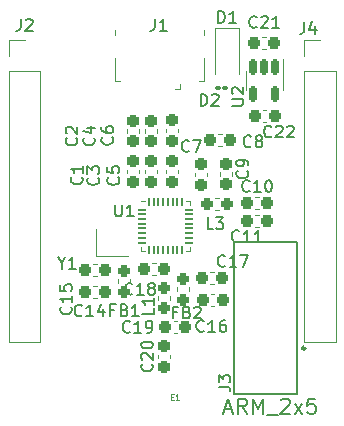
<source format=gto>
%TF.GenerationSoftware,KiCad,Pcbnew,(6.0.9)*%
%TF.CreationDate,2022-11-19T16:26:50-05:00*%
%TF.ProjectId,EFR32MG22_module,45465233-324d-4473-9232-5f6d6f64756c,rev?*%
%TF.SameCoordinates,Original*%
%TF.FileFunction,Legend,Top*%
%TF.FilePolarity,Positive*%
%FSLAX46Y46*%
G04 Gerber Fmt 4.6, Leading zero omitted, Abs format (unit mm)*
G04 Created by KiCad (PCBNEW (6.0.9)) date 2022-11-19 16:26:50*
%MOMM*%
%LPD*%
G01*
G04 APERTURE LIST*
G04 Aperture macros list*
%AMRoundRect*
0 Rectangle with rounded corners*
0 $1 Rounding radius*
0 $2 $3 $4 $5 $6 $7 $8 $9 X,Y pos of 4 corners*
0 Add a 4 corners polygon primitive as box body*
4,1,4,$2,$3,$4,$5,$6,$7,$8,$9,$2,$3,0*
0 Add four circle primitives for the rounded corners*
1,1,$1+$1,$2,$3*
1,1,$1+$1,$4,$5*
1,1,$1+$1,$6,$7*
1,1,$1+$1,$8,$9*
0 Add four rect primitives between the rounded corners*
20,1,$1+$1,$2,$3,$4,$5,0*
20,1,$1+$1,$4,$5,$6,$7,0*
20,1,$1+$1,$6,$7,$8,$9,0*
20,1,$1+$1,$8,$9,$2,$3,0*%
G04 Aperture macros list end*
%ADD10C,0.150000*%
%ADD11C,0.121920*%
%ADD12C,0.250000*%
%ADD13C,0.120000*%
%ADD14C,0.100000*%
%ADD15RoundRect,0.237500X0.237500X-0.300000X0.237500X0.300000X-0.237500X0.300000X-0.237500X-0.300000X0*%
%ADD16R,1.700000X1.700000*%
%ADD17O,1.700000X1.700000*%
%ADD18RoundRect,0.237500X0.300000X0.237500X-0.300000X0.237500X-0.300000X-0.237500X0.300000X-0.237500X0*%
%ADD19RoundRect,0.237500X-0.237500X0.300000X-0.237500X-0.300000X0.237500X-0.300000X0.237500X0.300000X0*%
%ADD20RoundRect,0.050000X-0.300000X-0.050000X0.300000X-0.050000X0.300000X0.050000X-0.300000X0.050000X0*%
%ADD21RoundRect,0.050000X-0.050000X-0.300000X0.050000X-0.300000X0.050000X0.300000X-0.050000X0.300000X0*%
%ADD22R,2.900000X2.900000*%
%ADD23RoundRect,0.237500X-0.300000X-0.237500X0.300000X-0.237500X0.300000X0.237500X-0.300000X0.237500X0*%
%ADD24RoundRect,0.100000X0.130000X0.100000X-0.130000X0.100000X-0.130000X-0.100000X0.130000X-0.100000X0*%
%ADD25RoundRect,0.237500X-0.237500X0.287500X-0.237500X-0.287500X0.237500X-0.287500X0.237500X0.287500X0*%
%ADD26RoundRect,0.237500X-0.287500X-0.237500X0.287500X-0.237500X0.287500X0.237500X-0.287500X0.237500X0*%
%ADD27RoundRect,0.150000X-0.150000X0.512500X-0.150000X-0.512500X0.150000X-0.512500X0.150000X0.512500X0*%
%ADD28R,0.400000X1.350000*%
%ADD29R,1.200000X1.550000*%
%ADD30O,1.250000X0.950000*%
%ADD31R,1.500000X1.550000*%
%ADD32O,0.890000X1.550000*%
%ADD33R,1.200000X0.900000*%
%ADD34R,0.900000X0.800000*%
G04 APERTURE END LIST*
D10*
%TO.C,J3*%
X233957380Y-112133690D02*
X234671666Y-112133690D01*
X234814523Y-112181309D01*
X234909761Y-112276547D01*
X234957380Y-112419404D01*
X234957380Y-112514642D01*
X233957380Y-111752738D02*
X233957380Y-111133690D01*
X234338333Y-111467023D01*
X234338333Y-111324166D01*
X234385952Y-111228928D01*
X234433571Y-111181309D01*
X234528809Y-111133690D01*
X234766904Y-111133690D01*
X234862142Y-111181309D01*
X234909761Y-111228928D01*
X234957380Y-111324166D01*
X234957380Y-111609880D01*
X234909761Y-111705119D01*
X234862142Y-111752738D01*
X234469523Y-114031666D02*
X235074285Y-114031666D01*
X234348571Y-114394523D02*
X234771904Y-113124523D01*
X235195238Y-114394523D01*
X236344285Y-114394523D02*
X235920952Y-113789761D01*
X235618571Y-114394523D02*
X235618571Y-113124523D01*
X236102380Y-113124523D01*
X236223333Y-113185000D01*
X236283809Y-113245476D01*
X236344285Y-113366428D01*
X236344285Y-113547857D01*
X236283809Y-113668809D01*
X236223333Y-113729285D01*
X236102380Y-113789761D01*
X235618571Y-113789761D01*
X236888571Y-114394523D02*
X236888571Y-113124523D01*
X237311904Y-114031666D01*
X237735238Y-113124523D01*
X237735238Y-114394523D01*
X238037619Y-114515476D02*
X239005238Y-114515476D01*
X239247142Y-113245476D02*
X239307619Y-113185000D01*
X239428571Y-113124523D01*
X239730952Y-113124523D01*
X239851904Y-113185000D01*
X239912380Y-113245476D01*
X239972857Y-113366428D01*
X239972857Y-113487380D01*
X239912380Y-113668809D01*
X239186666Y-114394523D01*
X239972857Y-114394523D01*
X240396190Y-114394523D02*
X241061428Y-113547857D01*
X240396190Y-113547857D02*
X241061428Y-114394523D01*
X242150000Y-113124523D02*
X241545238Y-113124523D01*
X241484761Y-113729285D01*
X241545238Y-113668809D01*
X241666190Y-113608333D01*
X241968571Y-113608333D01*
X242089523Y-113668809D01*
X242150000Y-113729285D01*
X242210476Y-113850238D01*
X242210476Y-114152619D01*
X242150000Y-114273571D01*
X242089523Y-114334047D01*
X241968571Y-114394523D01*
X241666190Y-114394523D01*
X241545238Y-114334047D01*
X241484761Y-114273571D01*
%TO.C,C5*%
X225457142Y-94406666D02*
X225504761Y-94454285D01*
X225552380Y-94597142D01*
X225552380Y-94692380D01*
X225504761Y-94835238D01*
X225409523Y-94930476D01*
X225314285Y-94978095D01*
X225123809Y-95025714D01*
X224980952Y-95025714D01*
X224790476Y-94978095D01*
X224695238Y-94930476D01*
X224600000Y-94835238D01*
X224552380Y-94692380D01*
X224552380Y-94597142D01*
X224600000Y-94454285D01*
X224647619Y-94406666D01*
X224552380Y-93501904D02*
X224552380Y-93978095D01*
X225028571Y-94025714D01*
X224980952Y-93978095D01*
X224933333Y-93882857D01*
X224933333Y-93644761D01*
X224980952Y-93549523D01*
X225028571Y-93501904D01*
X225123809Y-93454285D01*
X225361904Y-93454285D01*
X225457142Y-93501904D01*
X225504761Y-93549523D01*
X225552380Y-93644761D01*
X225552380Y-93882857D01*
X225504761Y-93978095D01*
X225457142Y-94025714D01*
%TO.C,J4*%
X241206666Y-81232380D02*
X241206666Y-81946666D01*
X241159047Y-82089523D01*
X241063809Y-82184761D01*
X240920952Y-82232380D01*
X240825714Y-82232380D01*
X242111428Y-81565714D02*
X242111428Y-82232380D01*
X241873333Y-81184761D02*
X241635238Y-81899047D01*
X242254285Y-81899047D01*
%TO.C,C21*%
X237182142Y-81644642D02*
X237134523Y-81692261D01*
X236991666Y-81739880D01*
X236896428Y-81739880D01*
X236753571Y-81692261D01*
X236658333Y-81597023D01*
X236610714Y-81501785D01*
X236563095Y-81311309D01*
X236563095Y-81168452D01*
X236610714Y-80977976D01*
X236658333Y-80882738D01*
X236753571Y-80787500D01*
X236896428Y-80739880D01*
X236991666Y-80739880D01*
X237134523Y-80787500D01*
X237182142Y-80835119D01*
X237563095Y-80835119D02*
X237610714Y-80787500D01*
X237705952Y-80739880D01*
X237944047Y-80739880D01*
X238039285Y-80787500D01*
X238086904Y-80835119D01*
X238134523Y-80930357D01*
X238134523Y-81025595D01*
X238086904Y-81168452D01*
X237515476Y-81739880D01*
X238134523Y-81739880D01*
X239086904Y-81739880D02*
X238515476Y-81739880D01*
X238801190Y-81739880D02*
X238801190Y-80739880D01*
X238705952Y-80882738D01*
X238610714Y-80977976D01*
X238515476Y-81025595D01*
%TO.C,C4*%
X223397142Y-91056666D02*
X223444761Y-91104285D01*
X223492380Y-91247142D01*
X223492380Y-91342380D01*
X223444761Y-91485238D01*
X223349523Y-91580476D01*
X223254285Y-91628095D01*
X223063809Y-91675714D01*
X222920952Y-91675714D01*
X222730476Y-91628095D01*
X222635238Y-91580476D01*
X222540000Y-91485238D01*
X222492380Y-91342380D01*
X222492380Y-91247142D01*
X222540000Y-91104285D01*
X222587619Y-91056666D01*
X222825714Y-90199523D02*
X223492380Y-90199523D01*
X222444761Y-90437619D02*
X223159047Y-90675714D01*
X223159047Y-90056666D01*
%TO.C,U1*%
X225188095Y-96702380D02*
X225188095Y-97511904D01*
X225235714Y-97607142D01*
X225283333Y-97654761D01*
X225378571Y-97702380D01*
X225569047Y-97702380D01*
X225664285Y-97654761D01*
X225711904Y-97607142D01*
X225759523Y-97511904D01*
X225759523Y-96702380D01*
X226759523Y-97702380D02*
X226188095Y-97702380D01*
X226473809Y-97702380D02*
X226473809Y-96702380D01*
X226378571Y-96845238D01*
X226283333Y-96940476D01*
X226188095Y-96988095D01*
%TO.C,C11*%
X235697142Y-99787142D02*
X235649523Y-99834761D01*
X235506666Y-99882380D01*
X235411428Y-99882380D01*
X235268571Y-99834761D01*
X235173333Y-99739523D01*
X235125714Y-99644285D01*
X235078095Y-99453809D01*
X235078095Y-99310952D01*
X235125714Y-99120476D01*
X235173333Y-99025238D01*
X235268571Y-98930000D01*
X235411428Y-98882380D01*
X235506666Y-98882380D01*
X235649523Y-98930000D01*
X235697142Y-98977619D01*
X236649523Y-99882380D02*
X236078095Y-99882380D01*
X236363809Y-99882380D02*
X236363809Y-98882380D01*
X236268571Y-99025238D01*
X236173333Y-99120476D01*
X236078095Y-99168095D01*
X237601904Y-99882380D02*
X237030476Y-99882380D01*
X237316190Y-99882380D02*
X237316190Y-98882380D01*
X237220952Y-99025238D01*
X237125714Y-99120476D01*
X237030476Y-99168095D01*
%TO.C,D2*%
X232431904Y-88342380D02*
X232431904Y-87342380D01*
X232670000Y-87342380D01*
X232812857Y-87390000D01*
X232908095Y-87485238D01*
X232955714Y-87580476D01*
X233003333Y-87770952D01*
X233003333Y-87913809D01*
X232955714Y-88104285D01*
X232908095Y-88199523D01*
X232812857Y-88294761D01*
X232670000Y-88342380D01*
X232431904Y-88342380D01*
X233384285Y-87437619D02*
X233431904Y-87390000D01*
X233527142Y-87342380D01*
X233765238Y-87342380D01*
X233860476Y-87390000D01*
X233908095Y-87437619D01*
X233955714Y-87532857D01*
X233955714Y-87628095D01*
X233908095Y-87770952D01*
X233336666Y-88342380D01*
X233955714Y-88342380D01*
%TO.C,C20*%
X228307142Y-110205357D02*
X228354761Y-110252976D01*
X228402380Y-110395833D01*
X228402380Y-110491071D01*
X228354761Y-110633928D01*
X228259523Y-110729166D01*
X228164285Y-110776785D01*
X227973809Y-110824404D01*
X227830952Y-110824404D01*
X227640476Y-110776785D01*
X227545238Y-110729166D01*
X227450000Y-110633928D01*
X227402380Y-110491071D01*
X227402380Y-110395833D01*
X227450000Y-110252976D01*
X227497619Y-110205357D01*
X227497619Y-109824404D02*
X227450000Y-109776785D01*
X227402380Y-109681547D01*
X227402380Y-109443452D01*
X227450000Y-109348214D01*
X227497619Y-109300595D01*
X227592857Y-109252976D01*
X227688095Y-109252976D01*
X227830952Y-109300595D01*
X228402380Y-109872023D01*
X228402380Y-109252976D01*
X227402380Y-108633928D02*
X227402380Y-108538690D01*
X227450000Y-108443452D01*
X227497619Y-108395833D01*
X227592857Y-108348214D01*
X227783333Y-108300595D01*
X228021428Y-108300595D01*
X228211904Y-108348214D01*
X228307142Y-108395833D01*
X228354761Y-108443452D01*
X228402380Y-108538690D01*
X228402380Y-108633928D01*
X228354761Y-108729166D01*
X228307142Y-108776785D01*
X228211904Y-108824404D01*
X228021428Y-108872023D01*
X227783333Y-108872023D01*
X227592857Y-108824404D01*
X227497619Y-108776785D01*
X227450000Y-108729166D01*
X227402380Y-108633928D01*
%TO.C,J2*%
X217206666Y-80987380D02*
X217206666Y-81701666D01*
X217159047Y-81844523D01*
X217063809Y-81939761D01*
X216920952Y-81987380D01*
X216825714Y-81987380D01*
X217635238Y-81082619D02*
X217682857Y-81035000D01*
X217778095Y-80987380D01*
X218016190Y-80987380D01*
X218111428Y-81035000D01*
X218159047Y-81082619D01*
X218206666Y-81177857D01*
X218206666Y-81273095D01*
X218159047Y-81415952D01*
X217587619Y-81987380D01*
X218206666Y-81987380D01*
%TO.C,C16*%
X232707142Y-107397142D02*
X232659523Y-107444761D01*
X232516666Y-107492380D01*
X232421428Y-107492380D01*
X232278571Y-107444761D01*
X232183333Y-107349523D01*
X232135714Y-107254285D01*
X232088095Y-107063809D01*
X232088095Y-106920952D01*
X232135714Y-106730476D01*
X232183333Y-106635238D01*
X232278571Y-106540000D01*
X232421428Y-106492380D01*
X232516666Y-106492380D01*
X232659523Y-106540000D01*
X232707142Y-106587619D01*
X233659523Y-107492380D02*
X233088095Y-107492380D01*
X233373809Y-107492380D02*
X233373809Y-106492380D01*
X233278571Y-106635238D01*
X233183333Y-106730476D01*
X233088095Y-106778095D01*
X234516666Y-106492380D02*
X234326190Y-106492380D01*
X234230952Y-106540000D01*
X234183333Y-106587619D01*
X234088095Y-106730476D01*
X234040476Y-106920952D01*
X234040476Y-107301904D01*
X234088095Y-107397142D01*
X234135714Y-107444761D01*
X234230952Y-107492380D01*
X234421428Y-107492380D01*
X234516666Y-107444761D01*
X234564285Y-107397142D01*
X234611904Y-107301904D01*
X234611904Y-107063809D01*
X234564285Y-106968571D01*
X234516666Y-106920952D01*
X234421428Y-106873333D01*
X234230952Y-106873333D01*
X234135714Y-106920952D01*
X234088095Y-106968571D01*
X234040476Y-107063809D01*
%TO.C,C15*%
X221437142Y-105362857D02*
X221484761Y-105410476D01*
X221532380Y-105553333D01*
X221532380Y-105648571D01*
X221484761Y-105791428D01*
X221389523Y-105886666D01*
X221294285Y-105934285D01*
X221103809Y-105981904D01*
X220960952Y-105981904D01*
X220770476Y-105934285D01*
X220675238Y-105886666D01*
X220580000Y-105791428D01*
X220532380Y-105648571D01*
X220532380Y-105553333D01*
X220580000Y-105410476D01*
X220627619Y-105362857D01*
X221532380Y-104410476D02*
X221532380Y-104981904D01*
X221532380Y-104696190D02*
X220532380Y-104696190D01*
X220675238Y-104791428D01*
X220770476Y-104886666D01*
X220818095Y-104981904D01*
X220532380Y-103505714D02*
X220532380Y-103981904D01*
X221008571Y-104029523D01*
X220960952Y-103981904D01*
X220913333Y-103886666D01*
X220913333Y-103648571D01*
X220960952Y-103553333D01*
X221008571Y-103505714D01*
X221103809Y-103458095D01*
X221341904Y-103458095D01*
X221437142Y-103505714D01*
X221484761Y-103553333D01*
X221532380Y-103648571D01*
X221532380Y-103886666D01*
X221484761Y-103981904D01*
X221437142Y-104029523D01*
%TO.C,C2*%
X221917142Y-91046666D02*
X221964761Y-91094285D01*
X222012380Y-91237142D01*
X222012380Y-91332380D01*
X221964761Y-91475238D01*
X221869523Y-91570476D01*
X221774285Y-91618095D01*
X221583809Y-91665714D01*
X221440952Y-91665714D01*
X221250476Y-91618095D01*
X221155238Y-91570476D01*
X221060000Y-91475238D01*
X221012380Y-91332380D01*
X221012380Y-91237142D01*
X221060000Y-91094285D01*
X221107619Y-91046666D01*
X221107619Y-90665714D02*
X221060000Y-90618095D01*
X221012380Y-90522857D01*
X221012380Y-90284761D01*
X221060000Y-90189523D01*
X221107619Y-90141904D01*
X221202857Y-90094285D01*
X221298095Y-90094285D01*
X221440952Y-90141904D01*
X222012380Y-90713333D01*
X222012380Y-90094285D01*
%TO.C,C7*%
X231453333Y-92147142D02*
X231405714Y-92194761D01*
X231262857Y-92242380D01*
X231167619Y-92242380D01*
X231024761Y-92194761D01*
X230929523Y-92099523D01*
X230881904Y-92004285D01*
X230834285Y-91813809D01*
X230834285Y-91670952D01*
X230881904Y-91480476D01*
X230929523Y-91385238D01*
X231024761Y-91290000D01*
X231167619Y-91242380D01*
X231262857Y-91242380D01*
X231405714Y-91290000D01*
X231453333Y-91337619D01*
X231786666Y-91242380D02*
X232453333Y-91242380D01*
X232024761Y-92242380D01*
%TO.C,C19*%
X226454642Y-107452142D02*
X226407023Y-107499761D01*
X226264166Y-107547380D01*
X226168928Y-107547380D01*
X226026071Y-107499761D01*
X225930833Y-107404523D01*
X225883214Y-107309285D01*
X225835595Y-107118809D01*
X225835595Y-106975952D01*
X225883214Y-106785476D01*
X225930833Y-106690238D01*
X226026071Y-106595000D01*
X226168928Y-106547380D01*
X226264166Y-106547380D01*
X226407023Y-106595000D01*
X226454642Y-106642619D01*
X227407023Y-107547380D02*
X226835595Y-107547380D01*
X227121309Y-107547380D02*
X227121309Y-106547380D01*
X227026071Y-106690238D01*
X226930833Y-106785476D01*
X226835595Y-106833095D01*
X227883214Y-107547380D02*
X228073690Y-107547380D01*
X228168928Y-107499761D01*
X228216547Y-107452142D01*
X228311785Y-107309285D01*
X228359404Y-107118809D01*
X228359404Y-106737857D01*
X228311785Y-106642619D01*
X228264166Y-106595000D01*
X228168928Y-106547380D01*
X227978452Y-106547380D01*
X227883214Y-106595000D01*
X227835595Y-106642619D01*
X227787976Y-106737857D01*
X227787976Y-106975952D01*
X227835595Y-107071190D01*
X227883214Y-107118809D01*
X227978452Y-107166428D01*
X228168928Y-107166428D01*
X228264166Y-107118809D01*
X228311785Y-107071190D01*
X228359404Y-106975952D01*
%TO.C,L1*%
X228472380Y-105476666D02*
X228472380Y-105952857D01*
X227472380Y-105952857D01*
X228472380Y-104619523D02*
X228472380Y-105190952D01*
X228472380Y-104905238D02*
X227472380Y-104905238D01*
X227615238Y-105000476D01*
X227710476Y-105095714D01*
X227758095Y-105190952D01*
%TO.C,FB2*%
X230416666Y-105818571D02*
X230083333Y-105818571D01*
X230083333Y-106342380D02*
X230083333Y-105342380D01*
X230559523Y-105342380D01*
X231273809Y-105818571D02*
X231416666Y-105866190D01*
X231464285Y-105913809D01*
X231511904Y-106009047D01*
X231511904Y-106151904D01*
X231464285Y-106247142D01*
X231416666Y-106294761D01*
X231321428Y-106342380D01*
X230940476Y-106342380D01*
X230940476Y-105342380D01*
X231273809Y-105342380D01*
X231369047Y-105390000D01*
X231416666Y-105437619D01*
X231464285Y-105532857D01*
X231464285Y-105628095D01*
X231416666Y-105723333D01*
X231369047Y-105770952D01*
X231273809Y-105818571D01*
X230940476Y-105818571D01*
X231892857Y-105437619D02*
X231940476Y-105390000D01*
X232035714Y-105342380D01*
X232273809Y-105342380D01*
X232369047Y-105390000D01*
X232416666Y-105437619D01*
X232464285Y-105532857D01*
X232464285Y-105628095D01*
X232416666Y-105770952D01*
X231845238Y-106342380D01*
X232464285Y-106342380D01*
%TO.C,C9*%
X236382142Y-93841666D02*
X236429761Y-93889285D01*
X236477380Y-94032142D01*
X236477380Y-94127380D01*
X236429761Y-94270238D01*
X236334523Y-94365476D01*
X236239285Y-94413095D01*
X236048809Y-94460714D01*
X235905952Y-94460714D01*
X235715476Y-94413095D01*
X235620238Y-94365476D01*
X235525000Y-94270238D01*
X235477380Y-94127380D01*
X235477380Y-94032142D01*
X235525000Y-93889285D01*
X235572619Y-93841666D01*
X236477380Y-93365476D02*
X236477380Y-93175000D01*
X236429761Y-93079761D01*
X236382142Y-93032142D01*
X236239285Y-92936904D01*
X236048809Y-92889285D01*
X235667857Y-92889285D01*
X235572619Y-92936904D01*
X235525000Y-92984523D01*
X235477380Y-93079761D01*
X235477380Y-93270238D01*
X235525000Y-93365476D01*
X235572619Y-93413095D01*
X235667857Y-93460714D01*
X235905952Y-93460714D01*
X236001190Y-93413095D01*
X236048809Y-93365476D01*
X236096428Y-93270238D01*
X236096428Y-93079761D01*
X236048809Y-92984523D01*
X236001190Y-92936904D01*
X235905952Y-92889285D01*
%TO.C,C22*%
X238427142Y-90927142D02*
X238379523Y-90974761D01*
X238236666Y-91022380D01*
X238141428Y-91022380D01*
X237998571Y-90974761D01*
X237903333Y-90879523D01*
X237855714Y-90784285D01*
X237808095Y-90593809D01*
X237808095Y-90450952D01*
X237855714Y-90260476D01*
X237903333Y-90165238D01*
X237998571Y-90070000D01*
X238141428Y-90022380D01*
X238236666Y-90022380D01*
X238379523Y-90070000D01*
X238427142Y-90117619D01*
X238808095Y-90117619D02*
X238855714Y-90070000D01*
X238950952Y-90022380D01*
X239189047Y-90022380D01*
X239284285Y-90070000D01*
X239331904Y-90117619D01*
X239379523Y-90212857D01*
X239379523Y-90308095D01*
X239331904Y-90450952D01*
X238760476Y-91022380D01*
X239379523Y-91022380D01*
X239760476Y-90117619D02*
X239808095Y-90070000D01*
X239903333Y-90022380D01*
X240141428Y-90022380D01*
X240236666Y-90070000D01*
X240284285Y-90117619D01*
X240331904Y-90212857D01*
X240331904Y-90308095D01*
X240284285Y-90450952D01*
X239712857Y-91022380D01*
X240331904Y-91022380D01*
%TO.C,C17*%
X234507142Y-101877142D02*
X234459523Y-101924761D01*
X234316666Y-101972380D01*
X234221428Y-101972380D01*
X234078571Y-101924761D01*
X233983333Y-101829523D01*
X233935714Y-101734285D01*
X233888095Y-101543809D01*
X233888095Y-101400952D01*
X233935714Y-101210476D01*
X233983333Y-101115238D01*
X234078571Y-101020000D01*
X234221428Y-100972380D01*
X234316666Y-100972380D01*
X234459523Y-101020000D01*
X234507142Y-101067619D01*
X235459523Y-101972380D02*
X234888095Y-101972380D01*
X235173809Y-101972380D02*
X235173809Y-100972380D01*
X235078571Y-101115238D01*
X234983333Y-101210476D01*
X234888095Y-101258095D01*
X235792857Y-100972380D02*
X236459523Y-100972380D01*
X236030952Y-101972380D01*
%TO.C,L3*%
X233503333Y-98792380D02*
X233027142Y-98792380D01*
X233027142Y-97792380D01*
X233741428Y-97792380D02*
X234360476Y-97792380D01*
X234027142Y-98173333D01*
X234170000Y-98173333D01*
X234265238Y-98220952D01*
X234312857Y-98268571D01*
X234360476Y-98363809D01*
X234360476Y-98601904D01*
X234312857Y-98697142D01*
X234265238Y-98744761D01*
X234170000Y-98792380D01*
X233884285Y-98792380D01*
X233789047Y-98744761D01*
X233741428Y-98697142D01*
%TO.C,FB1*%
X225136666Y-105618571D02*
X224803333Y-105618571D01*
X224803333Y-106142380D02*
X224803333Y-105142380D01*
X225279523Y-105142380D01*
X225993809Y-105618571D02*
X226136666Y-105666190D01*
X226184285Y-105713809D01*
X226231904Y-105809047D01*
X226231904Y-105951904D01*
X226184285Y-106047142D01*
X226136666Y-106094761D01*
X226041428Y-106142380D01*
X225660476Y-106142380D01*
X225660476Y-105142380D01*
X225993809Y-105142380D01*
X226089047Y-105190000D01*
X226136666Y-105237619D01*
X226184285Y-105332857D01*
X226184285Y-105428095D01*
X226136666Y-105523333D01*
X226089047Y-105570952D01*
X225993809Y-105618571D01*
X225660476Y-105618571D01*
X227184285Y-106142380D02*
X226612857Y-106142380D01*
X226898571Y-106142380D02*
X226898571Y-105142380D01*
X226803333Y-105285238D01*
X226708095Y-105380476D01*
X226612857Y-105428095D01*
%TO.C,C3*%
X223747142Y-94426666D02*
X223794761Y-94474285D01*
X223842380Y-94617142D01*
X223842380Y-94712380D01*
X223794761Y-94855238D01*
X223699523Y-94950476D01*
X223604285Y-94998095D01*
X223413809Y-95045714D01*
X223270952Y-95045714D01*
X223080476Y-94998095D01*
X222985238Y-94950476D01*
X222890000Y-94855238D01*
X222842380Y-94712380D01*
X222842380Y-94617142D01*
X222890000Y-94474285D01*
X222937619Y-94426666D01*
X222842380Y-94093333D02*
X222842380Y-93474285D01*
X223223333Y-93807619D01*
X223223333Y-93664761D01*
X223270952Y-93569523D01*
X223318571Y-93521904D01*
X223413809Y-93474285D01*
X223651904Y-93474285D01*
X223747142Y-93521904D01*
X223794761Y-93569523D01*
X223842380Y-93664761D01*
X223842380Y-93950476D01*
X223794761Y-94045714D01*
X223747142Y-94093333D01*
%TO.C,C10*%
X236582142Y-95527142D02*
X236534523Y-95574761D01*
X236391666Y-95622380D01*
X236296428Y-95622380D01*
X236153571Y-95574761D01*
X236058333Y-95479523D01*
X236010714Y-95384285D01*
X235963095Y-95193809D01*
X235963095Y-95050952D01*
X236010714Y-94860476D01*
X236058333Y-94765238D01*
X236153571Y-94670000D01*
X236296428Y-94622380D01*
X236391666Y-94622380D01*
X236534523Y-94670000D01*
X236582142Y-94717619D01*
X237534523Y-95622380D02*
X236963095Y-95622380D01*
X237248809Y-95622380D02*
X237248809Y-94622380D01*
X237153571Y-94765238D01*
X237058333Y-94860476D01*
X236963095Y-94908095D01*
X238153571Y-94622380D02*
X238248809Y-94622380D01*
X238344047Y-94670000D01*
X238391666Y-94717619D01*
X238439285Y-94812857D01*
X238486904Y-95003333D01*
X238486904Y-95241428D01*
X238439285Y-95431904D01*
X238391666Y-95527142D01*
X238344047Y-95574761D01*
X238248809Y-95622380D01*
X238153571Y-95622380D01*
X238058333Y-95574761D01*
X238010714Y-95527142D01*
X237963095Y-95431904D01*
X237915476Y-95241428D01*
X237915476Y-95003333D01*
X237963095Y-94812857D01*
X238010714Y-94717619D01*
X238058333Y-94670000D01*
X238153571Y-94622380D01*
%TO.C,C8*%
X236708333Y-91757142D02*
X236660714Y-91804761D01*
X236517857Y-91852380D01*
X236422619Y-91852380D01*
X236279761Y-91804761D01*
X236184523Y-91709523D01*
X236136904Y-91614285D01*
X236089285Y-91423809D01*
X236089285Y-91280952D01*
X236136904Y-91090476D01*
X236184523Y-90995238D01*
X236279761Y-90900000D01*
X236422619Y-90852380D01*
X236517857Y-90852380D01*
X236660714Y-90900000D01*
X236708333Y-90947619D01*
X237279761Y-91280952D02*
X237184523Y-91233333D01*
X237136904Y-91185714D01*
X237089285Y-91090476D01*
X237089285Y-91042857D01*
X237136904Y-90947619D01*
X237184523Y-90900000D01*
X237279761Y-90852380D01*
X237470238Y-90852380D01*
X237565476Y-90900000D01*
X237613095Y-90947619D01*
X237660714Y-91042857D01*
X237660714Y-91090476D01*
X237613095Y-91185714D01*
X237565476Y-91233333D01*
X237470238Y-91280952D01*
X237279761Y-91280952D01*
X237184523Y-91328571D01*
X237136904Y-91376190D01*
X237089285Y-91471428D01*
X237089285Y-91661904D01*
X237136904Y-91757142D01*
X237184523Y-91804761D01*
X237279761Y-91852380D01*
X237470238Y-91852380D01*
X237565476Y-91804761D01*
X237613095Y-91757142D01*
X237660714Y-91661904D01*
X237660714Y-91471428D01*
X237613095Y-91376190D01*
X237565476Y-91328571D01*
X237470238Y-91280952D01*
%TO.C,U2*%
X235062380Y-88321904D02*
X235871904Y-88321904D01*
X235967142Y-88274285D01*
X236014761Y-88226666D01*
X236062380Y-88131428D01*
X236062380Y-87940952D01*
X236014761Y-87845714D01*
X235967142Y-87798095D01*
X235871904Y-87750476D01*
X235062380Y-87750476D01*
X235157619Y-87321904D02*
X235110000Y-87274285D01*
X235062380Y-87179047D01*
X235062380Y-86940952D01*
X235110000Y-86845714D01*
X235157619Y-86798095D01*
X235252857Y-86750476D01*
X235348095Y-86750476D01*
X235490952Y-86798095D01*
X236062380Y-87369523D01*
X236062380Y-86750476D01*
%TO.C,C14*%
X222397142Y-106077142D02*
X222349523Y-106124761D01*
X222206666Y-106172380D01*
X222111428Y-106172380D01*
X221968571Y-106124761D01*
X221873333Y-106029523D01*
X221825714Y-105934285D01*
X221778095Y-105743809D01*
X221778095Y-105600952D01*
X221825714Y-105410476D01*
X221873333Y-105315238D01*
X221968571Y-105220000D01*
X222111428Y-105172380D01*
X222206666Y-105172380D01*
X222349523Y-105220000D01*
X222397142Y-105267619D01*
X223349523Y-106172380D02*
X222778095Y-106172380D01*
X223063809Y-106172380D02*
X223063809Y-105172380D01*
X222968571Y-105315238D01*
X222873333Y-105410476D01*
X222778095Y-105458095D01*
X224206666Y-105505714D02*
X224206666Y-106172380D01*
X223968571Y-105124761D02*
X223730476Y-105839047D01*
X224349523Y-105839047D01*
%TO.C,J1*%
X228566666Y-80977380D02*
X228566666Y-81691666D01*
X228519047Y-81834523D01*
X228423809Y-81929761D01*
X228280952Y-81977380D01*
X228185714Y-81977380D01*
X229566666Y-81977380D02*
X228995238Y-81977380D01*
X229280952Y-81977380D02*
X229280952Y-80977380D01*
X229185714Y-81120238D01*
X229090476Y-81215476D01*
X228995238Y-81263095D01*
D11*
%TO.C,E1*%
X229913268Y-112971325D02*
X230075828Y-112971325D01*
X230145497Y-113226777D02*
X229913268Y-113226777D01*
X229913268Y-112739097D01*
X230145497Y-112739097D01*
X230609954Y-113226777D02*
X230331280Y-113226777D01*
X230470617Y-113226777D02*
X230470617Y-112739097D01*
X230424171Y-112808765D01*
X230377725Y-112855211D01*
X230331280Y-112878434D01*
D10*
%TO.C,D1*%
X233921904Y-81322380D02*
X233921904Y-80322380D01*
X234160000Y-80322380D01*
X234302857Y-80370000D01*
X234398095Y-80465238D01*
X234445714Y-80560476D01*
X234493333Y-80750952D01*
X234493333Y-80893809D01*
X234445714Y-81084285D01*
X234398095Y-81179523D01*
X234302857Y-81274761D01*
X234160000Y-81322380D01*
X233921904Y-81322380D01*
X235445714Y-81322380D02*
X234874285Y-81322380D01*
X235160000Y-81322380D02*
X235160000Y-80322380D01*
X235064761Y-80465238D01*
X234969523Y-80560476D01*
X234874285Y-80608095D01*
%TO.C,C18*%
X226667142Y-104247142D02*
X226619523Y-104294761D01*
X226476666Y-104342380D01*
X226381428Y-104342380D01*
X226238571Y-104294761D01*
X226143333Y-104199523D01*
X226095714Y-104104285D01*
X226048095Y-103913809D01*
X226048095Y-103770952D01*
X226095714Y-103580476D01*
X226143333Y-103485238D01*
X226238571Y-103390000D01*
X226381428Y-103342380D01*
X226476666Y-103342380D01*
X226619523Y-103390000D01*
X226667142Y-103437619D01*
X227619523Y-104342380D02*
X227048095Y-104342380D01*
X227333809Y-104342380D02*
X227333809Y-103342380D01*
X227238571Y-103485238D01*
X227143333Y-103580476D01*
X227048095Y-103628095D01*
X228190952Y-103770952D02*
X228095714Y-103723333D01*
X228048095Y-103675714D01*
X228000476Y-103580476D01*
X228000476Y-103532857D01*
X228048095Y-103437619D01*
X228095714Y-103390000D01*
X228190952Y-103342380D01*
X228381428Y-103342380D01*
X228476666Y-103390000D01*
X228524285Y-103437619D01*
X228571904Y-103532857D01*
X228571904Y-103580476D01*
X228524285Y-103675714D01*
X228476666Y-103723333D01*
X228381428Y-103770952D01*
X228190952Y-103770952D01*
X228095714Y-103818571D01*
X228048095Y-103866190D01*
X228000476Y-103961428D01*
X228000476Y-104151904D01*
X228048095Y-104247142D01*
X228095714Y-104294761D01*
X228190952Y-104342380D01*
X228381428Y-104342380D01*
X228476666Y-104294761D01*
X228524285Y-104247142D01*
X228571904Y-104151904D01*
X228571904Y-103961428D01*
X228524285Y-103866190D01*
X228476666Y-103818571D01*
X228381428Y-103770952D01*
%TO.C,C1*%
X222357142Y-94376666D02*
X222404761Y-94424285D01*
X222452380Y-94567142D01*
X222452380Y-94662380D01*
X222404761Y-94805238D01*
X222309523Y-94900476D01*
X222214285Y-94948095D01*
X222023809Y-94995714D01*
X221880952Y-94995714D01*
X221690476Y-94948095D01*
X221595238Y-94900476D01*
X221500000Y-94805238D01*
X221452380Y-94662380D01*
X221452380Y-94567142D01*
X221500000Y-94424285D01*
X221547619Y-94376666D01*
X222452380Y-93424285D02*
X222452380Y-93995714D01*
X222452380Y-93710000D02*
X221452380Y-93710000D01*
X221595238Y-93805238D01*
X221690476Y-93900476D01*
X221738095Y-93995714D01*
%TO.C,C6*%
X224947142Y-91006666D02*
X224994761Y-91054285D01*
X225042380Y-91197142D01*
X225042380Y-91292380D01*
X224994761Y-91435238D01*
X224899523Y-91530476D01*
X224804285Y-91578095D01*
X224613809Y-91625714D01*
X224470952Y-91625714D01*
X224280476Y-91578095D01*
X224185238Y-91530476D01*
X224090000Y-91435238D01*
X224042380Y-91292380D01*
X224042380Y-91197142D01*
X224090000Y-91054285D01*
X224137619Y-91006666D01*
X224042380Y-90149523D02*
X224042380Y-90340000D01*
X224090000Y-90435238D01*
X224137619Y-90482857D01*
X224280476Y-90578095D01*
X224470952Y-90625714D01*
X224851904Y-90625714D01*
X224947142Y-90578095D01*
X224994761Y-90530476D01*
X225042380Y-90435238D01*
X225042380Y-90244761D01*
X224994761Y-90149523D01*
X224947142Y-90101904D01*
X224851904Y-90054285D01*
X224613809Y-90054285D01*
X224518571Y-90101904D01*
X224470952Y-90149523D01*
X224423333Y-90244761D01*
X224423333Y-90435238D01*
X224470952Y-90530476D01*
X224518571Y-90578095D01*
X224613809Y-90625714D01*
%TO.C,Y1*%
X220664309Y-101654190D02*
X220664309Y-102130380D01*
X220330976Y-101130380D02*
X220664309Y-101654190D01*
X220997642Y-101130380D01*
X221854785Y-102130380D02*
X221283357Y-102130380D01*
X221569071Y-102130380D02*
X221569071Y-101130380D01*
X221473833Y-101273238D01*
X221378595Y-101368476D01*
X221283357Y-101416095D01*
D12*
%TO.C,J3*%
X241290000Y-108870000D02*
G75*
G03*
X241290000Y-108870000I-125000J0D01*
G01*
D10*
X240630000Y-99905000D02*
X235280000Y-99905000D01*
X235280000Y-112755000D02*
X235280000Y-99905000D01*
X240630000Y-112755000D02*
X240630000Y-99905000D01*
X240630000Y-112755000D02*
X235280000Y-112755000D01*
D13*
%TO.C,C5*%
X230550000Y-94056267D02*
X230550000Y-93763733D01*
X229530000Y-94056267D02*
X229530000Y-93763733D01*
%TO.C,J4*%
X243870000Y-85380000D02*
X243870000Y-108300000D01*
X241210000Y-108300000D02*
X243870000Y-108300000D01*
X241210000Y-82780000D02*
X242540000Y-82780000D01*
X241210000Y-85380000D02*
X241210000Y-108300000D01*
X241210000Y-84110000D02*
X241210000Y-82780000D01*
X241210000Y-85380000D02*
X243870000Y-85380000D01*
%TO.C,C21*%
X237971267Y-83497500D02*
X237678733Y-83497500D01*
X237971267Y-82477500D02*
X237678733Y-82477500D01*
%TO.C,C4*%
X228760000Y-90333733D02*
X228760000Y-90626267D01*
X227740000Y-90333733D02*
X227740000Y-90626267D01*
%TO.C,U1*%
X231222500Y-100635000D02*
X231572500Y-100635000D01*
X227352500Y-100635000D02*
X227352500Y-100285000D01*
X231572500Y-100635000D02*
X231572500Y-100285000D01*
X231572500Y-96415000D02*
X231572500Y-96765000D01*
X231222500Y-96415000D02*
X231572500Y-96415000D01*
X227702500Y-100635000D02*
X227352500Y-100635000D01*
X227702500Y-96415000D02*
X227352500Y-96415000D01*
%TO.C,C11*%
X237053733Y-98635000D02*
X237346267Y-98635000D01*
X237053733Y-97615000D02*
X237346267Y-97615000D01*
D14*
%TO.C,D2*%
X235120000Y-86840000D02*
G75*
G03*
X235120000Y-86840000I-50000J0D01*
G01*
D13*
%TO.C,C20*%
X228870000Y-109708767D02*
X228870000Y-109416233D01*
X229890000Y-109708767D02*
X229890000Y-109416233D01*
%TO.C,J2*%
X216210000Y-84110000D02*
X216210000Y-82780000D01*
X216210000Y-108300000D02*
X218870000Y-108300000D01*
X216210000Y-82780000D02*
X217540000Y-82780000D01*
X218870000Y-85380000D02*
X218870000Y-108300000D01*
X216210000Y-85380000D02*
X218870000Y-85380000D01*
X216210000Y-85380000D02*
X216210000Y-108300000D01*
%TO.C,C16*%
X233316233Y-104260000D02*
X233608767Y-104260000D01*
X233316233Y-105280000D02*
X233608767Y-105280000D01*
%TO.C,C15*%
X223628767Y-101760000D02*
X223336233Y-101760000D01*
X223628767Y-102780000D02*
X223336233Y-102780000D01*
%TO.C,C2*%
X227210000Y-90333733D02*
X227210000Y-90626267D01*
X226190000Y-90333733D02*
X226190000Y-90626267D01*
%TO.C,C7*%
X232960000Y-94296267D02*
X232960000Y-94003733D01*
X231940000Y-94296267D02*
X231940000Y-94003733D01*
%TO.C,C19*%
X230151233Y-107580000D02*
X230443767Y-107580000D01*
X230151233Y-106560000D02*
X230443767Y-106560000D01*
%TO.C,L1*%
X228870000Y-104447233D02*
X228870000Y-104789767D01*
X229890000Y-104447233D02*
X229890000Y-104789767D01*
%TO.C,FB2*%
X230442500Y-103708733D02*
X230442500Y-104051267D01*
X231462500Y-103708733D02*
X231462500Y-104051267D01*
%TO.C,C9*%
X235060000Y-94271267D02*
X235060000Y-93978733D01*
X234040000Y-94271267D02*
X234040000Y-93978733D01*
%TO.C,C22*%
X237723733Y-89680000D02*
X238016267Y-89680000D01*
X237723733Y-88660000D02*
X238016267Y-88660000D01*
%TO.C,C17*%
X233276233Y-103460000D02*
X233568767Y-103460000D01*
X233276233Y-102440000D02*
X233568767Y-102440000D01*
%TO.C,L3*%
X233666233Y-97135000D02*
X234008767Y-97135000D01*
X233666233Y-96115000D02*
X234008767Y-96115000D01*
%TO.C,FB1*%
X226492500Y-103023733D02*
X226492500Y-103366267D01*
X225472500Y-103023733D02*
X225472500Y-103366267D01*
%TO.C,C3*%
X227765000Y-94063767D02*
X227765000Y-93771233D01*
X228785000Y-94063767D02*
X228785000Y-93771233D01*
%TO.C,C10*%
X237078733Y-97110000D02*
X237371267Y-97110000D01*
X237078733Y-96090000D02*
X237371267Y-96090000D01*
%TO.C,C8*%
X233928733Y-90765000D02*
X234221267Y-90765000D01*
X233928733Y-91785000D02*
X234221267Y-91785000D01*
%TO.C,U2*%
X239385000Y-86162500D02*
X239385000Y-86962500D01*
X236265000Y-86162500D02*
X236265000Y-86962500D01*
X236265000Y-86162500D02*
X236265000Y-85362500D01*
X239385000Y-86162500D02*
X239385000Y-84362500D01*
%TO.C,C14*%
X223628767Y-103610000D02*
X223336233Y-103610000D01*
X223628767Y-104630000D02*
X223336233Y-104630000D01*
%TO.C,J1*%
X225165000Y-82320000D02*
X225165000Y-81920000D01*
X225165000Y-84290000D02*
X225165000Y-86270000D01*
X230235000Y-86950000D02*
X230685000Y-86950000D01*
X232685000Y-81920000D02*
X232685000Y-82320000D01*
X232685000Y-84290000D02*
X232685000Y-86270000D01*
X232685000Y-86270000D02*
X232265000Y-86270000D01*
X230685000Y-86500000D02*
X230685000Y-86950000D01*
X225165000Y-86270000D02*
X225585000Y-86270000D01*
%TO.C,D1*%
X233650000Y-81750000D02*
X233650000Y-85650000D01*
X235650000Y-81750000D02*
X233650000Y-81750000D01*
X235650000Y-81750000D02*
X235650000Y-85650000D01*
%TO.C,C18*%
X228626267Y-101652500D02*
X228333733Y-101652500D01*
X228626267Y-102672500D02*
X228333733Y-102672500D01*
%TO.C,C1*%
X227235000Y-94063767D02*
X227235000Y-93771233D01*
X226215000Y-94063767D02*
X226215000Y-93771233D01*
%TO.C,C6*%
X230535000Y-90296233D02*
X230535000Y-90588767D01*
X229515000Y-90296233D02*
X229515000Y-90588767D01*
%TO.C,Y1*%
X223604000Y-98750000D02*
X223604000Y-101050000D01*
X223604000Y-101050000D02*
X226304000Y-101050000D01*
%TD*%
%LPC*%
D14*
X215000000Y-80000000D02*
X245000000Y-80000000D01*
X245000000Y-80000000D02*
X245000000Y-117500000D01*
X245000000Y-117500000D02*
X215000000Y-117500000D01*
X215000000Y-117500000D02*
X215000000Y-80000000D01*
D15*
%TO.C,C5*%
X230040000Y-94772500D03*
X230040000Y-93047500D03*
%TD*%
D16*
%TO.C,J4*%
X242540000Y-84110000D03*
D17*
X242540000Y-86650000D03*
X242540000Y-89190000D03*
X242540000Y-91730000D03*
X242540000Y-94270000D03*
X242540000Y-96810000D03*
X242540000Y-99350000D03*
X242540000Y-101890000D03*
X242540000Y-104430000D03*
X242540000Y-106970000D03*
%TD*%
D18*
%TO.C,C21*%
X238687500Y-82987500D03*
X236962500Y-82987500D03*
%TD*%
D19*
%TO.C,C4*%
X228250000Y-89617500D03*
X228250000Y-91342500D03*
%TD*%
D20*
%TO.C,U1*%
X227462500Y-97125000D03*
X227462500Y-97525000D03*
X227462500Y-97925000D03*
X227462500Y-98325000D03*
X227462500Y-98725000D03*
X227462500Y-99125000D03*
X227462500Y-99525000D03*
X227462500Y-99925000D03*
D21*
X228062500Y-100525000D03*
X228462500Y-100525000D03*
X228862500Y-100525000D03*
X229262500Y-100525000D03*
X229662500Y-100525000D03*
X230062500Y-100525000D03*
X230462500Y-100525000D03*
X230862500Y-100525000D03*
D20*
X231462500Y-99925000D03*
X231462500Y-99525000D03*
X231462500Y-99125000D03*
X231462500Y-98725000D03*
X231462500Y-98325000D03*
X231462500Y-97925000D03*
X231462500Y-97525000D03*
X231462500Y-97125000D03*
D21*
X230862500Y-96525000D03*
X230462500Y-96525000D03*
X230062500Y-96525000D03*
X229662500Y-96525000D03*
X229262500Y-96525000D03*
X228862500Y-96525000D03*
X228462500Y-96525000D03*
X228062500Y-96525000D03*
D22*
X229462500Y-98525000D03*
%TD*%
D23*
%TO.C,C11*%
X236337500Y-98125000D03*
X238062500Y-98125000D03*
%TD*%
D24*
%TO.C,D2*%
X234530000Y-86840000D03*
X233890000Y-86840000D03*
%TD*%
D15*
%TO.C,C20*%
X229380000Y-110425000D03*
X229380000Y-108700000D03*
%TD*%
D16*
%TO.C,J2*%
X217540000Y-84110000D03*
D17*
X217540000Y-86650000D03*
X217540000Y-89190000D03*
X217540000Y-91730000D03*
X217540000Y-94270000D03*
X217540000Y-96810000D03*
X217540000Y-99350000D03*
X217540000Y-101890000D03*
X217540000Y-104430000D03*
X217540000Y-106970000D03*
%TD*%
D23*
%TO.C,C16*%
X234325000Y-104770000D03*
X232600000Y-104770000D03*
%TD*%
D18*
%TO.C,C15*%
X224345000Y-102270000D03*
X222620000Y-102270000D03*
%TD*%
D19*
%TO.C,C2*%
X226700000Y-89617500D03*
X226700000Y-91342500D03*
%TD*%
D15*
%TO.C,C7*%
X232450000Y-95012500D03*
X232450000Y-93287500D03*
%TD*%
D23*
%TO.C,C19*%
X229435000Y-107070000D03*
X231160000Y-107070000D03*
%TD*%
D25*
%TO.C,L1*%
X229380000Y-103743500D03*
X229380000Y-105493500D03*
%TD*%
%TO.C,FB2*%
X230952500Y-103005000D03*
X230952500Y-104755000D03*
%TD*%
D15*
%TO.C,C9*%
X234550000Y-94987500D03*
X234550000Y-93262500D03*
%TD*%
D23*
%TO.C,C22*%
X237007500Y-89170000D03*
X238732500Y-89170000D03*
%TD*%
%TO.C,C17*%
X232560000Y-102950000D03*
X234285000Y-102950000D03*
%TD*%
D26*
%TO.C,L3*%
X232962500Y-96625000D03*
X234712500Y-96625000D03*
%TD*%
D25*
%TO.C,FB1*%
X225982500Y-102320000D03*
X225982500Y-104070000D03*
%TD*%
D15*
%TO.C,C3*%
X228275000Y-94780000D03*
X228275000Y-93055000D03*
%TD*%
D23*
%TO.C,C10*%
X236362500Y-96600000D03*
X238087500Y-96600000D03*
%TD*%
%TO.C,C8*%
X233212500Y-91275000D03*
X234937500Y-91275000D03*
%TD*%
D27*
%TO.C,U2*%
X238775000Y-85025000D03*
X237825000Y-85025000D03*
X236875000Y-85025000D03*
X236875000Y-87300000D03*
X238775000Y-87300000D03*
%TD*%
D18*
%TO.C,C14*%
X224345000Y-104120000D03*
X222620000Y-104120000D03*
%TD*%
D28*
%TO.C,J1*%
X230225000Y-86010000D03*
X229575000Y-86010000D03*
X228925000Y-86010000D03*
X228275000Y-86010000D03*
X227625000Y-86010000D03*
D29*
X226025000Y-83310000D03*
D30*
X231425000Y-86010000D03*
D31*
X227925000Y-83310000D03*
X229925000Y-83310000D03*
D30*
X226425000Y-86010000D03*
D29*
X231825000Y-83310000D03*
D32*
X225425000Y-83310000D03*
X232425000Y-83310000D03*
%TD*%
D33*
%TO.C,D1*%
X234650000Y-82350000D03*
X234650000Y-85650000D03*
%TD*%
D18*
%TO.C,C18*%
X229342500Y-102162500D03*
X227617500Y-102162500D03*
%TD*%
D15*
%TO.C,C1*%
X226725000Y-94780000D03*
X226725000Y-93055000D03*
%TD*%
D19*
%TO.C,C6*%
X230025000Y-89580000D03*
X230025000Y-91305000D03*
%TD*%
D34*
%TO.C,Y1*%
X224254000Y-100450000D03*
X225654000Y-100450000D03*
X225654000Y-99350000D03*
X224254000Y-99350000D03*
%TD*%
M02*

</source>
